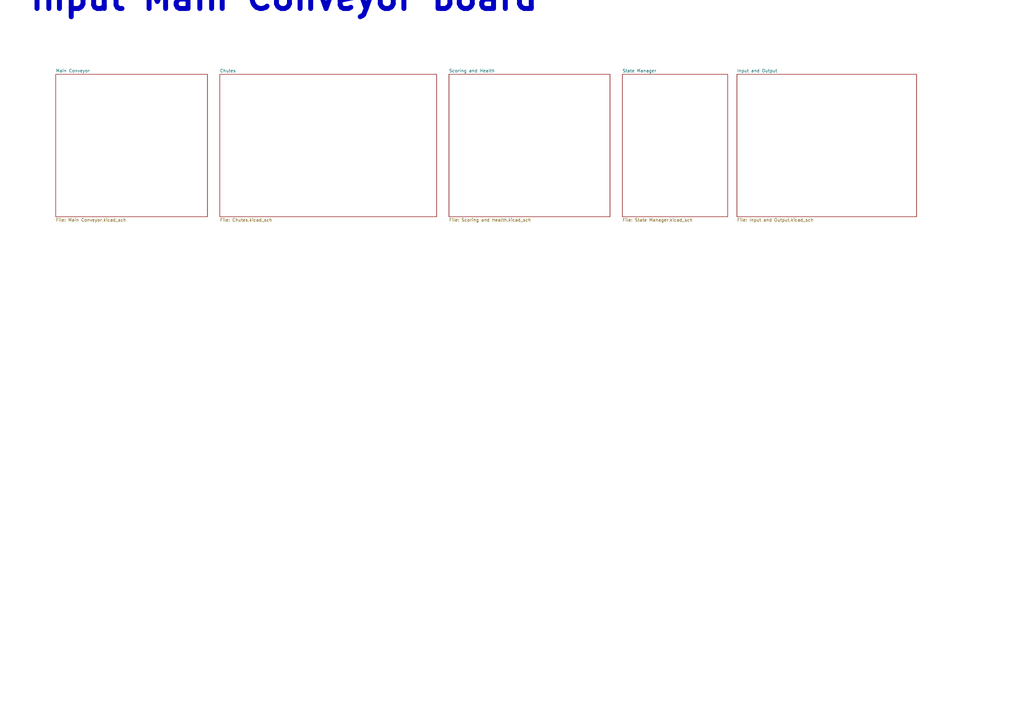
<source format=kicad_sch>
(kicad_sch
	(version 20250114)
	(generator "eeschema")
	(generator_version "9.0")
	(uuid "fd484fb8-74d1-49f3-81df-ce56c2a53e9a")
	(paper "A3")
	(title_block
		(title "Santa's Microfactory")
		(date "2026-01-04")
		(company "Logan Peterson")
	)
	(lib_symbols)
	(text "TODO:\nInput Output board\nInput Chutes board\nInput Main Conveyor board\n"
		(exclude_from_sim no)
		(at 11.43 -55.88 0)
		(effects
			(font
				(size 10.16 10.16)
				(thickness 2.032)
				(bold yes)
			)
			(justify left top)
		)
		(uuid "7eaed597-9326-418c-a979-644c4cebc9da")
	)
	(sheet
		(at 184.15 30.48)
		(size 66.04 58.42)
		(exclude_from_sim no)
		(in_bom yes)
		(on_board yes)
		(dnp no)
		(fields_autoplaced yes)
		(stroke
			(width 0.1524)
			(type solid)
		)
		(fill
			(color 0 0 0 0.0000)
		)
		(uuid "24e36da5-4f0b-41c5-96d4-35eec10b38bd")
		(property "Sheetname" "Scoring and Health"
			(at 184.15 29.7684 0)
			(effects
				(font
					(size 1.27 1.27)
				)
				(justify left bottom)
			)
		)
		(property "Sheetfile" "Scoring and Health.kicad_sch"
			(at 184.15 89.4846 0)
			(effects
				(font
					(size 1.27 1.27)
				)
				(justify left top)
			)
		)
		(instances
			(project "Santas Microfactory Master"
				(path "/fd484fb8-74d1-49f3-81df-ce56c2a53e9a"
					(page "4")
				)
			)
		)
	)
	(sheet
		(at 255.27 30.48)
		(size 43.18 58.42)
		(exclude_from_sim no)
		(in_bom yes)
		(on_board yes)
		(dnp no)
		(fields_autoplaced yes)
		(stroke
			(width 0.1524)
			(type solid)
		)
		(fill
			(color 0 0 0 0.0000)
		)
		(uuid "82f491c8-4857-442b-ac96-2d634d5f8315")
		(property "Sheetname" "State Manager"
			(at 255.27 29.7684 0)
			(effects
				(font
					(size 1.27 1.27)
				)
				(justify left bottom)
			)
		)
		(property "Sheetfile" "State Manager.kicad_sch"
			(at 255.27 89.4846 0)
			(effects
				(font
					(size 1.27 1.27)
				)
				(justify left top)
			)
		)
		(instances
			(project "Santas Microfactory Master"
				(path "/fd484fb8-74d1-49f3-81df-ce56c2a53e9a"
					(page "5")
				)
			)
		)
	)
	(sheet
		(at 302.26 30.48)
		(size 73.66 58.42)
		(exclude_from_sim no)
		(in_bom yes)
		(on_board yes)
		(dnp no)
		(fields_autoplaced yes)
		(stroke
			(width 0.1524)
			(type solid)
		)
		(fill
			(color 0 0 0 0.0000)
		)
		(uuid "a87f9bec-b68b-4ed7-a5d5-83252ba797b9")
		(property "Sheetname" "Input and Output"
			(at 302.26 29.7684 0)
			(effects
				(font
					(size 1.27 1.27)
				)
				(justify left bottom)
			)
		)
		(property "Sheetfile" "Input and Output.kicad_sch"
			(at 302.26 89.4846 0)
			(effects
				(font
					(size 1.27 1.27)
				)
				(justify left top)
			)
		)
		(instances
			(project "Santas Microfactory Master"
				(path "/fd484fb8-74d1-49f3-81df-ce56c2a53e9a"
					(page "6")
				)
			)
		)
	)
	(sheet
		(at 22.86 30.48)
		(size 62.23 58.42)
		(exclude_from_sim no)
		(in_bom yes)
		(on_board yes)
		(dnp no)
		(fields_autoplaced yes)
		(stroke
			(width 0.1524)
			(type solid)
		)
		(fill
			(color 0 0 0 0.0000)
		)
		(uuid "c633a69e-2b53-4f22-99f5-5528a5a18ab5")
		(property "Sheetname" "Main Conveyor"
			(at 22.86 29.7684 0)
			(effects
				(font
					(size 1.27 1.27)
				)
				(justify left bottom)
			)
		)
		(property "Sheetfile" "Main Conveyor.kicad_sch"
			(at 22.86 89.4846 0)
			(effects
				(font
					(size 1.27 1.27)
				)
				(justify left top)
			)
		)
		(instances
			(project "Santas Microfactory Master"
				(path "/fd484fb8-74d1-49f3-81df-ce56c2a53e9a"
					(page "2")
				)
			)
		)
	)
	(sheet
		(at 90.17 30.48)
		(size 88.9 58.42)
		(exclude_from_sim no)
		(in_bom yes)
		(on_board yes)
		(dnp no)
		(fields_autoplaced yes)
		(stroke
			(width 0.1524)
			(type solid)
		)
		(fill
			(color 0 0 0 0.0000)
		)
		(uuid "cab595da-321e-4ccd-91b1-dd4c0c292f99")
		(property "Sheetname" "Chutes"
			(at 90.17 29.7684 0)
			(effects
				(font
					(size 1.27 1.27)
				)
				(justify left bottom)
			)
		)
		(property "Sheetfile" "Chutes.kicad_sch"
			(at 90.17 89.4846 0)
			(effects
				(font
					(size 1.27 1.27)
				)
				(justify left top)
			)
		)
		(instances
			(project "Santas Microfactory Master"
				(path "/fd484fb8-74d1-49f3-81df-ce56c2a53e9a"
					(page "3")
				)
			)
		)
	)
	(sheet_instances
		(path "/"
			(page "1")
		)
	)
	(embedded_fonts no)
)

</source>
